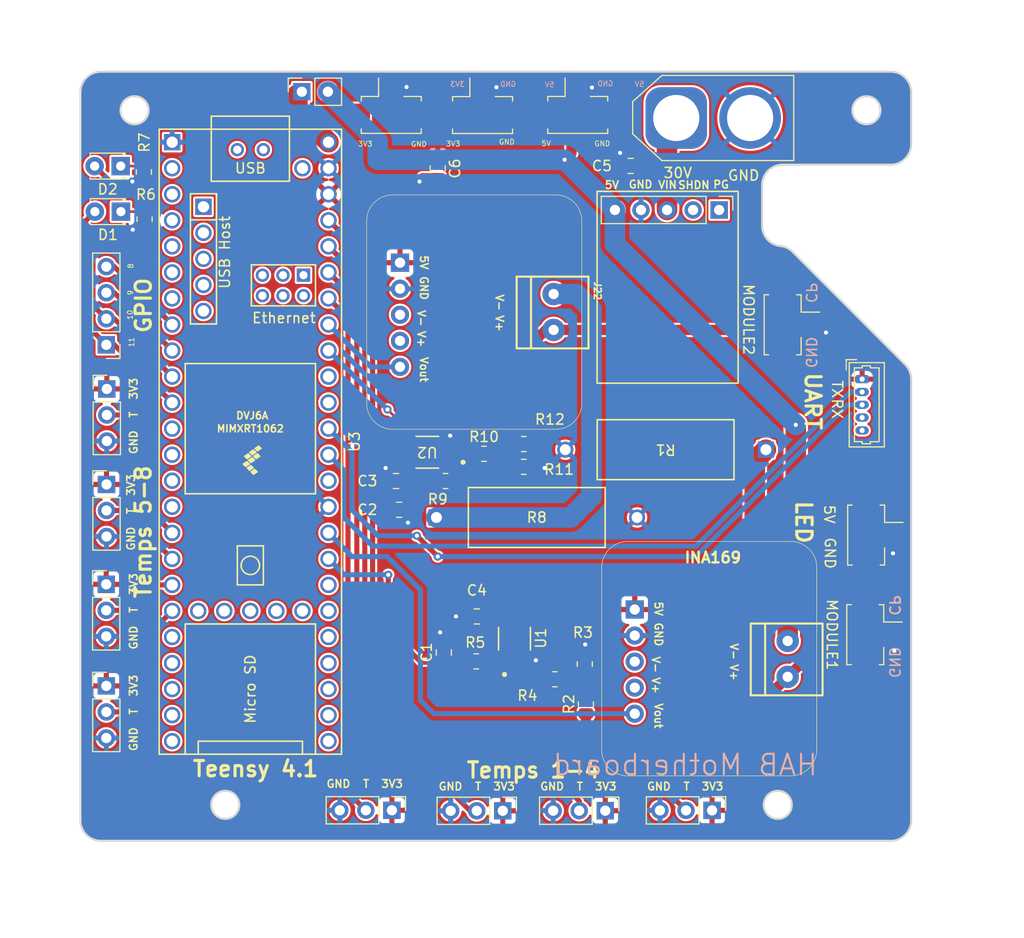
<source format=kicad_pcb>
(kicad_pcb (version 20241229) (generator "pcbnew") (generator_version "9.0")
  (layers (0 "F.Cu" signal) (2 "B.Cu" signal) (13 "F.Paste" user) (15 "B.Paste" user) (5 "F.SilkS" user "F.Silkscreen") (7 "B.SilkS" user "B.Silkscreen") (1 "F.Mask" user) (3 "B.Mask" user) (25 "Edge.Cuts" user))
  (net 0 "")
  (net 1 "VCC_30")
  (net 2 "GND")
  (net 5 "+5V")
  (net 11 "TEMP7")
  (net 12 "TEMP4")
  (net 14 "TEMP5")
  (net 18 "TEMP3")
  (net 25 "TEMP1")
  (net 35 "TEMP8")
  (net 41 "RX")
  (net 44 "TX")
  (net 45 "TEMP6")
  (net 48 "Net-(J5-Pin_1)")
  (net 49 "GPIO3")
  (net 50 "GPIO4")
  (net 51 "GPIO2")
  (net 57 "GPIO1")
  (net 61 "TEMP2")
  (net 62 "Net-(D1-K)")
  (net 63 "+3V3")
  (net 67 "Net-(D2-K)")
  (net 69 "Net-(R2-Pad2)")
  (net 70 "Net-(U1A-+)")
  (net 71 "Net-(U1A--)")
  (net 72 "MODULE_V_1_BUFF")
  (net 73 "MODULE_V_2_BUFF")
  (net 74 "MODULE_I_1")
  (net 75 "CELL_POS_1")
  (net 76 "LOAD_POS_1")
  (net 77 "CELL_POS_2")
  (net 78 "LOAD_POS_2")
  (net 80 "MODULE_I_2")
  (net 81 "Net-(U2A--)")
  (net 82 "Net-(R10-Pad2)")
  (net 83 "Net-(U2A-+)")
  (footprint "Current_Sensor:1X05_ROUND_70" (layer "F.Cu") (at 144.15 89.7013 -90)
    (property "Reference" "J23" (hide yes))
    (property "Value" "Conn_01x05")
  )
  (footprint "Connector_PinSocket_2.54mm:PinSocket_1x02_P2.54mm_Vertical" (layer "F.Cu") (at 134.58 67.945 90)
    (property "Reference" "J5" (hide yes))
    (property "Value" "Conn_01x02")
  )
  (footprint "Current_Sensor:Load_Resistor_400ohm" (layer "F.Cu") (at 179.819 102.86 180)
    (property "Reference" "R1")
    (property "Value" "400")
  )
  (footprint "Connector_Hirose:Hirose_DF13C_CL535-0402-2-51_1x02-1MP_P1.25mm_Vertical" (layer "F.Cu") (at 190.84 111.19 -90)
    (property "Reference" "J17" (hide yes))
    (property "Value" "Conn_01x02")
  )
  (footprint "Resistor_SMD:R_0805_2012Metric" (layer "F.Cu") (at 152.34 103.26)
    (property "Reference" "R10")
    (property "Value" "470")
  )
  (footprint "LED_THT:LED_D1.8mm_W3.3mm_H2.4mm" (layer "F.Cu") (at 116.9446 79.6402 180)
    (property "Reference" "D1")
    (property "Value" "LED")
  )
  (footprint "Capacitor_SMD:C_0805_2012Metric" (layer "F.Cu") (at 147.828 75.438 -90)
    (property "Reference" "C6")
    (property "Value" "100u")
  )
  (footprint "Connector_Hirose:Hirose_DF13C_CL535-0402-2-51_1x02-1MP_P1.25mm_Vertical" (layer "F.Cu") (at 190.754 120.904 -90)
    (property "Reference" "J19" (hide yes))
    (property "Value" "Conn_01x02")
  )
  (footprint "Connector_PinHeader_2.54mm:PinHeader_1x03_P2.54mm_Vertical" (layer "F.Cu") (at 115.51 115.99)
    (property "Reference" "J10" (hide yes))
    (property "Value" "Conn_01x03")
  )
  (footprint "Connector_Hirose:Hirose_DF13C_CL535-0402-2-51_1x02-1MP_P1.25mm_Vertical" (layer "F.Cu") (at 143.295 68.96)
    (property "Reference" "J4" (hide yes))
    (property "Value" "Conn_01x02")
  )
  (footprint "LED_THT:LED_D1.8mm_W3.3mm_H2.4mm" (layer "F.Cu") (at 116.92 75.2 180)
    (property "Reference" "D2")
    (property "Value" "LED")
  )
  (footprint "Connector_PinHeader_2.54mm:PinHeader_1x03_P2.54mm_Vertical" (layer "F.Cu") (at 115.52 125.9)
    (property "Reference" "J11" (hide yes))
    (property "Value" "Conn_01x03")
  )
  (footprint "Resistor_SMD:R_0805_2012Metric" (layer "F.Cu") (at 119.25 80.38 -90)
    (property "Reference" "R6")
    (property "Value" "1000")
  )
  (footprint "Current_Sensor:TERMBLOCK_1X2-3.5MM" (layer "F.Cu") (at 159.122 89.38 -90)
    (property "Reference" "J22")
    (property "Value" "Conn_01x02")
  )
  (footprint "Connector_PinHeader_2.54mm:PinHeader_1x03_P2.54mm_Vertical" (layer "F.Cu") (at 115.54 106.25)
    (property "Reference" "J9" (hide yes))
    (property "Value" "Conn_01x03")
  )
  (footprint "Capacitor_SMD:C_0805_2012Metric" (layer "F.Cu") (at 143.764 105.918 180)
    (property "Reference" "C3")
    (property "Value" "100n")
  )
  (footprint "Connector_PinHeader_2.54mm:PinHeader_1x03_P2.54mm_Vertical" (layer "F.Cu") (at 174.57 138.04 -90)
    (property "Reference" "J12" (hide yes))
    (property "Value" "Conn_01x03")
  )
  (footprint "Current_Sensor:OPA2387" (layer "F.Cu") (at 146.81 103.11 180)
    (property "Reference" "U2")
    (property "Value" "OPA2387")
  )
  (footprint "Connector_PinHeader_2.54mm:PinHeader_1x03_P2.54mm_Vertical" (layer "F.Cu") (at 115.57 96.935)
    (property "Reference" "J8" (hide yes))
    (property "Value" "Conn_01x03")
  )
  (footprint "Capacitor_SMD:C_0805_2012Metric" (layer "F.Cu") (at 144.07 108.72)
    (property "Reference" "C2")
    (property "Value" "10n")
  )
  (footprint "Resistor_SMD:R_0805_2012Metric" (layer "F.Cu") (at 159.24 125.25)
    (property "Reference" "R4")
    (property "Value" "470")
  )
  (footprint "Current_Sensor:Load_Resistor_400ohm" (layer "F.Cu") (at 147.701 109.474)
    (property "Reference" "R8")
    (property "Value" "400")
  )
  (footprint "Capacitor_SMD:C_0805_2012Metric" (layer "F.Cu") (at 148.42 122.64 90)
    (property "Reference" "C1")
    (property "Value" "10n")
  )
  (footprint "Connector_Molex:Molex_PicoBlade_53047-0510_1x05_P1.25mm_Vertical" (layer "F.Cu") (at 189.2 95.98 -90)
    (property "Reference" "J7" (hide yes))
    (property "Value" "Conn_01x05")
  )
  (footprint "Current_Sensor:TERMBLOCK_1X2-3.5MM" (layer "F.Cu") (at 181.942 123.216949 -90)
    (property "Reference" "J20" (hide yes))
    (property "Value" "Conn_01x02")
  )
  (footprint "Connector_PinHeader_2.54mm:PinHeader_1x03_P2.54mm_Vertical" (layer "F.Cu") (at 164.16 138.07 -90)
    (property "Reference" "J13" (hide yes))
    (property "Value" "Conn_01x03")
  )
  (footprint "Resistor_SMD:R_0805_2012Metric" (layer "F.Cu") (at 156.21 104.53)
    (property "Reference" "R12")
    (property "Value" "10k")
  )
  (footprint "Capacitor_SMD:C_0805_2012Metric" (layer "F.Cu") (at 166.624 75.184 180)
    (property "Reference" "C5")
    (property "Value" "100u")
  )
  (footprint "Connector_AMASS:AMASS_XT60-M_1x02_P7.20mm_Vertical" (layer "F.Cu") (at 171.08 70.51)
    (property "Reference" "J16" (hide yes))
    (property "Value" "Conn_01x02")
  )
  (footprint "Connector_PinHeader_2.54mm:PinHeader_1x04_P2.54mm_Vertical" (layer "F.Cu") (at 115.52 92.63 180)
    (property "Reference" "J6" (hide yes))
    (property "Value" "Conn_01x04")
  )
  (footprint "Resistor_SMD:R_0805_2012Metric" (layer "F.Cu") (at 151.58 123.51)
    (property "Reference" "R5")
    (property "Value" "470")
  )
  (footprint "Teensy:Teensy41" (layer "F.Cu") (at 129.56 102.08 -90)
    (property "Reference" "U3")
    (property "Value" "Teensy4.1")
  )
  (footprint "Connector_PinHeader_2.54mm:PinHeader_1x05_P2.54mm_Vertical" (layer "F.Cu") (at 175.26 79.48 -90)
    (property "Reference" "J1" (hide yes))
    (property "Value" "Conn_01x05")
  )
  (footprint "Current_Sensor:OPA2387" (layer "F.Cu") (at 155.31 121.3 90)
    (property "Reference" "U1")
    (property "Value" "OPA2387")
  )
  (footprint "Resistor_SMD:R_0805_2012Metric" (layer "F.Cu") (at 162.16 123.77 90)
    (property "Reference" "R3")
    (property "Value" "10k")
  )
  (footprint "Connector_Hirose:Hirose_DF13C_CL535-0402-2-51_1x02-1MP_P1.25mm_Vertical" (layer "F.Cu") (at 161.475 68.96)
    (property "Reference" "J3" (hide yes))
    (property "Value" "Conn_01x02")
  )
  (footprint "Resistor_SMD:R_0805_2012Metric" (layer "F.Cu") (at 119.18 75.77 -90)
    (property "Reference" "R7")
    (property "Value" "1000")
  )
  (footprint "Connector_PinHeader_2.54mm:PinHeader_1x03_P2.54mm_Vertical" (layer "F.Cu") (at 154.17 138.08 -90)
    (property "Reference" "J14" (hide yes))
    (property "Value" "Conn_01x03")
  )
  (footprint "Resistor_SMD:R_0805_2012Metric" (layer "F.Cu") (at 162.27 127.68 90)
    (property "Reference" "R2")
    (property "Value" "10k")
  )
  (footprint "Connector_PinHeader_2.54mm:PinHeader_1x03_P2.54mm_Vertical" (layer "F.Cu") (at 143.36 138.03 -90)
    (property "Reference" "J15" (hide yes))
    (property "Value" "Conn_01x03")
  )
  (footprint "Resistor_SMD:R_0805_2012Metric" (layer "F.Cu") (at 148.59 105.918)
    (property "Reference" "R9")
    (property "Value" "470")
  )
  (footprint "Capacitor_SMD:C_0805_2012Metric" (layer "F.Cu") (at 151.638 119.126 180)
    (property "Reference" "C4")
    (property "Value" "100n")
  )
  (footprint "Connector_Hirose:Hirose_DF13C_CL535-0402-2-51_1x02-1MP_P1.25mm_Vertical" (layer "F.Cu") (at 182.7 90.678 -90)
    (property "Reference" "J21" (hide yes))
    (property "Value" "Conn_01x02")
  )
  (footprint "Connector_Hirose:Hirose_DF13C_CL535-0402-2-51_1x02-1MP_P1.25mm_Vertical" (layer "F.Cu") (at 152.195 68.97)
    (property "Reference" "J2" (hide yes))
    (property "Value" "Conn_01x02" (hide yes))
  )
  (footprint "Current_Sensor:1X05_ROUND_70" (layer "F.Cu") (at 167.03 123.53 -90)
    (property "Reference" "J18" (hide yes))
    (property "Value" "Conn_01x05")
  )
  (footprint "Resistor_SMD:R_0805_2012Metric" (layer "F.Cu") (at 156.22 102.31 180)
    (property "Reference" "R11")
    (property "Value" "10k")
  )
  (gr_line (start 166.343949 111.813949) (end 182.233949 111.813949) (stroke (width 0.05)) (layer "F.SilkS"))
  (gr_rect (start 163.36 77.665) (end 177.11 96.375) (stroke (width 0.15)) (fill no) (layer "F.SilkS"))
  (gr_arc (start 163.803949 114.353949) (mid 164.547898 112.557898) (end 166.343949 111.813949) (stroke (width 0.05)) (layer "F.SilkS"))
  (gr_arc (start 143.44 100.87) (mid 141.643949 100.126051) (end 140.9 98.33) (stroke (width 0.05)) (layer "F.SilkS"))
  (gr_arc (start 161.87 98.33) (mid 161.126051 100.126051) (end 159.33 100.87) (stroke (width 0.05)) (layer "F.SilkS"))
  (gr_arc (start 182.233949 111.813949) (mid 184.03 112.557898) (end 184.773949 114.353949) (stroke (width 0.05)) (layer "F.SilkS"))
  (gr_line (start 143.44 78.01) (end 159.33 78.01) (stroke (width 0.05)) (layer "F.SilkS"))
  (gr_line (start 163.803949 132.133949) (end 163.803949 114.353949) (stroke (width 0.05)) (layer "F.SilkS"))
  (gr_line (start 161.87 80.55) (end 161.87 98.33) (stroke (width 0.05)) (layer "F.SilkS"))
  (gr_line (start 140.9 98.33) (end 140.9 80.55) (stroke (width 0.05)) (layer "F.SilkS"))
  (gr_arc (start 159.33 78.01) (mid 161.126051 78.753949) (end 161.87 80.55) (stroke (width 0.05)) (layer "F.SilkS"))
  (gr_arc (start 166.343949 134.673949) (mid 164.547898 133.93) (end 163.803949 132.133949) (stroke (width 0.05)) (layer "F.SilkS"))
  (gr_line (start 184.773949 114.353949) (end 184.773949 132.133949) (stroke (width 0.05)) (layer "F.SilkS"))
  (gr_line (start 159.33 100.87) (end 143.44 100.87) (stroke (width 0.05)) (layer "F.SilkS"))
  (gr_arc (start 184.773949 132.133949) (mid 184.03 133.93) (end 182.233949 134.673949) (stroke (width 0.05)) (layer "F.SilkS"))
  (gr_line (start 182.233949 134.673949) (end 166.343949 134.673949) (stroke (width 0.05)) (layer "F.SilkS"))
  (gr_arc (start 140.9 80.55) (mid 141.643949 78.753949) (end 143.44 78.01) (stroke (width 0.05)) (layer "F.SilkS"))
  (gr_arc (start 179.446986 77.05625) (mid 180.032772 75.642036) (end 181.446986 75.05625) (stroke (width 0.2)) (layer "Edge.Cuts"))
  (gr_arc (start 193.392332 94.572994) (mid 193.824176 95.22103) (end 193.975786 95.984871) (stroke (width 0.2)) (layer "Edge.Cuts"))
  (gr_arc (start 193.975786 73.05625) (mid 193.39 74.470464) (end 191.975786 75.05625) (stroke (width 0.2)) (layer "Edge.Cuts"))
  (gr_line (start 191.975786 75.05625) (end 181.446986 75.05625) (stroke (width 0.2)) (layer "Edge.Cuts"))
  (gr_line (start 115 66) (end 192.115729 65.999116) (stroke (width 0.2)) (layer "Edge.Cuts"))
  (gr_line (start 192.14 140.999999) (end 115 140.999999) (stroke (width 0.2)) (layer "Edge.Cuts"))
  (gr_line (start 193.975786 67.994214) (end 193.975786 73.05625) (stroke (width 0.2)) (layer "Edge.Cuts"))
  (gr_circle (center 189.615729 69.750922) (end 190.990729 69.750922) (stroke (width 0.2)) (fill no) (layer "Edge.Cuts"))
  (gr_line (start 113 138.999999) (end 113 68) (stroke (width 0.2)) (layer "Edge.Cuts"))
  (gr_line (start 193.975786 95.984871) (end 193.975786 138.994213) (stroke (width 0.2)) (layer "Edge.Cuts"))
  (gr_line (start 179.446986 77.05625) (end 179.446986 81.016923) (stroke (width 0.2)) (layer "Edge.Cuts"))
  (gr_arc (start 115 140.999999) (mid 113.585786 140.414213) (end 113 138.999999) (stroke (width 0.2)) (layer "Edge.Cuts"))
  (gr_circle (center 180.976429 137.499999) (end 182.351429 137.499999) (stroke (width 0.2)) (fill no) (layer "Edge.Cuts"))
  (gr_circle (center 127.115729 137.499999) (end 128.490729 137.499999) (stroke (width 0.2)) (fill no) (layer "Edge.Cuts"))
  (gr_circle (center 118.273729 69.751) (end 119.648729 69.751) (stroke (width 0.2)) (fill no) (layer "Edge.Cuts"))
  (gr_arc (start 113 68) (mid 113.585786 66.585786) (end 115 66) (stroke (width 0.2)) (layer "Edge.Cuts"))
  (gr_line (start 182.437899 83.582336) (end 193.392332 94.572994) (stroke (width 0.2)) (layer "Edge.Cuts"))
  (gr_arc (start 193.982977 138.994213) (mid 193.452276 140.356173) (end 192.14 140.999999) (stroke (width 0.2)) (layer "Edge.Cuts"))
  (gr_arc (start 192.115729 65.999116) (mid 193.438641 66.630375) (end 193.975786 67.994214) (stroke (width 0.2)) (layer "Edge.Cuts"))
  (gr_arc (start 181.234169 83.005568) (mid 179.959432 82.353779) (end 179.446986 81.016923) (stroke (width 0.2)) (layer "Edge.Cuts"))
  (gr_arc (start 181.23417 83.005568) (mid 181.88557 83.19057) (end 182.437899 83.582336) (stroke (width 0.2)) (layer "Edge.Cuts"))
  (gr_text "MODULE1\n" (at 185.674 117.348 270) (layer "F.SilkS") (effects (font (size 1 1)) (justify left bottom)))
  (gr_text "UART" (at 183.52 95.19 270) (layer "F.SilkS") (effects (font (size 1.5 1.5) (thickness 0.3) (bold yes)) (justify left bottom)))
  (gr_text "GND\n" (at 136.906 135.89 0) (layer "F.SilkS") (effects (font (size 0.75 0.75)) (justify left bottom)))
  (gr_text "MODULE2\n" (at 177.546 86.614 270) (layer "F.SilkS") (effects (font (size 1 1)) (justify left bottom)))
  (gr_text "V-\n" (at 153.416 87.63 270) (layer "F.SilkS") (effects (font (size 0.75 0.75) (thickness 0.15) (bold yes)) (justify left bottom)))
  (gr_text "3V3" (at 140.02 73.33 0) (layer "F.SilkS") (effects (font (size 0.5 0.5) (thickness 0.075)) (justify left bottom)))
  (gr_text "T" (at 118.364 109.22 90) (layer "F.SilkS") (effects (font (size 0.75 0.75)) (justify left bottom)))
  (gr_text "GND\n" (at 147.828 136.144 0) (layer "F.SilkS") (effects (font (size 0.75 0.75)) (justify left bottom)))
  (gr_text "V+" (at 176.276 123.698 270) (layer "F.SilkS") (effects (font (size 0.75 0.75) (thickness 0.15) (bold yes)) (justify left bottom)))
  (gr_text "V+" (at 145.796 91.186 270) (layer "F.SilkS") (effects (font (size 0.75 0.75) (thickness 0.15) (bold yes)) (justify left bottom)))
  (gr_text "Temps 1-4" (at 150.5 135 0) (layer "F.SilkS") (effects (font (size 1.5 1.5) (thickness 0.3) (bold yes)) (justify left bottom)))
  (gr_text "3V3" (at 153.162 136.144 0) (layer "F.SilkS") (effects (font (size 0.75 0.75)) (justify left bottom)))
  (gr_text "GND" (at 176.03 76.7 0) (layer "F.SilkS") (effects (font (size 1 1)) (justify left bottom)))
  (gr_text "T" (at 161.29 136.144 0) (layer "F.SilkS") (effects (font (size 0.75 0.75)) (justify left bottom)))
  (gr_text "5V" (at 146.05 83.82 270) (layer "F.SilkS") (effects (font (size 0.75 0.75) (thickness 0.15) (bold yes)) (justify left bottom)))
  (gr_text "T" (at 118.618 128.778 90) (layer "F.SilkS") (effects (font (size 0.75 0.75)) (justify left bottom)))
  (gr_text "V-\n" (at 176.276 121.666 270) (layer "F.SilkS") (effects (font (size 0.75 0.75) (thickness 0.15) (bold yes)) (justify left bottom)))
  (gr_text "Vout\n" (at 146.05 93.726 270) (layer "F.SilkS") (effects (font (size 0.75 0.75) (thickness 0.15) (bold yes)) (justify left bottom)))
  (gr_text "VIN" (at 169.24 77.47 0) (layer "F.SilkS") (effects (font (size 0.75 0.75) (thickness 0.15) (bold yes)) (justify left bottom)))
  (gr_text "GND\n" (at 118.618 103.378 90) (layer "F.SilkS") (effects (font (size 0.75 0.75)) (justify left bottom)))
  (gr_text "V-\n" (at 145.796 89.154 270) (layer "F.SilkS") (effects (font (size 0.75 0.75) (thickness 0.15) (bold yes)) (justify left bottom)))
  (gr_text "3V3" (at 148.59 73.32 0) (layer "F.SilkS") (effects (font (size 0.5 0.5) (thickness 0.075)) (justify left bottom)))
  (gr_text "3V3" (at 118.364 107.442 90) (layer "F.SilkS") (effects (font (size 0.75 0.75)) (justify left bottom)))
  (gr_text "SHDN\n" (at 171.18 77.49 0) (layer "F.SilkS") (effects (font (size 0.75 0.75) (thickness 0.15) (bold yes)) (justify left bottom)))
  (gr_text "T" (at 118.618 118.872 90) (layer "F.SilkS") (effects (font (size 0.75 0.75)) (justify left bottom)))
  (gr_text "V-\n" (at 168.656 122.936 270) (layer "F.SilkS") (effects (font (size 0.75 0.75) (thickness 0.15) (bold yes)) (justify left bottom)))
  (gr_text "T" (at 171.704 136.144 0) (layer "F.SilkS") (effects (font (size 0.75 0.75)) (justify left bottom)))
  (gr_text "GND" (at 146.05 85.852 270) (layer "F.SilkS") (effects (font (size 0.75 0.75) (thickness 0.15) (bold yes)) (justify left bottom)))
  (gr_text "GND" (at 163.06 73.3 0) (layer "F.SilkS") (effects (font (size 0.5 0.5) (thickness 0.075)) (justify left bottom)))
  (gr_text "T" (at 151.384 136.144 0) (layer "F.SilkS") (effects (font (size 0.75 0.75)) (justify left bottom)))
  (gr_text "GND" (at 185.48 111.33 270) (layer "F.SilkS") (effects (font (size 1 1)) (justify left bottom)))
  (gr_text "TX" (at 186.182 96.012 270) (layer "F.SilkS") (effects (font (size 1 1)) (justify left bottom)))
  (gr_text "GND" (at 153.75 73.13 0) (layer "F.SilkS") (effects (font (size 0.5 0.5) (thickness 0.075)) (justify left bottom)))
  (gr_text "3V3" (at 118.618 127 90) (layer "F.SilkS") (effects (font (size 0.75 0.75)) (justify left bottom)))
  (gr_text "5V" (at 168.91 117.602 270) (layer "F.SilkS") (effects (font (size 0.75 0.75) (thickness 0.15) (bold yes)) (justify left bottom)))
  (gr_text "3V3" (at 142.24 135.89 0) (layer "F.SilkS") (effects (font (size 0.75 0.75)) (justify left bottom)))
  (gr_text "9\n" (at 118.17 87.84 90) (layer "F.SilkS") (effects (font (size 0.5 0.5) (thickness 0.075)) (justify left bottom)))
  (gr_text "3V3" (at 118.618 117.094 90) (layer "F.SilkS") (effects (font (size 0.75 0.75)) (justify left bottom)))
  (gr_text "GPIO" (at 120.02 91.63 90) (layer "F.SilkS") (effects (font (size 1.5 1.5) (thickness 0.3) (bold yes)) (justify left bottom)))
  (gr_text "V+" (at 153.416 89.662 270) (layer "F.SilkS") (effects (font (size 0.75 0.75) (thickness 0.15) (bold yes)) (justify left bottom)))
  (gr_text "30V" (at 169.75 76.45 0) (layer "F.SilkS") (effects (font (size 1 1)) (justify left bottom)))
  (gr_text "GND\n" (at 168.148 136.144 0) (layer "F.SilkS") (effects (font (size 0.75 0.75)) (justify left bottom)))
  (gr_text "3V3" (at 118.618 98.044 90) (layer "F.SilkS") (effects (font (size 0.75 0.75)) (justify left bottom)))
  (gr_text "RX" (at 186.182 97.79 270) (layer "F.SilkS") (effects (font (size 1 1)) (justify left bottom)))
  (gr_text "Vout\n" (at 168.91 127.508 270) (layer "F.SilkS") (effects (font (size 0.75 0.75) (thickness 0.15) (bold yes)) (justify left bottom)))
  (gr_text "8" (at 118.19 85.23 90) (layer "F.SilkS") (effects (font (size 0.5 0.5) (thickness 0.075)) (justify left bottom)))
  (gr_text "GND" (at 168.91 119.634 270) (layer "F.SilkS") (effects (font (size 0.75 0.75) (thickness 0.15) (bold yes)) (justify left bottom)))
  (gr_text "3V3" (at 173.482 136.144 0) (layer "F.SilkS") (effects (font (size 0.75 0.75)) (justify left bottom)))
  (gr_text "10" (at 118.12 90.23 90) (layer "F.SilkS") (effects (font (size 0.5 0.5) (thickness 0.075)) (justify left bottom)))
  (gr_text "Temps 5-8" (at 120 117.5 90) (layer "F.SilkS") (effects (font (size 1.5 1.5) (thickness 0.3) (bold yes)) (justify left bottom)))
  (gr_text "V+" (at 168.656 124.968 270) (layer "F.SilkS") (effects (font (size 0.75 0.75) (thickness 0.15) (bold yes)) (justify left bottom)))
  (gr_text "5V" (at 185.42 108.16 270) (layer "F.SilkS") (effects (font (size 1 1)) (justify left bottom)))
  (gr_text "GND\n" (at 118.618 122.428 90) (layer "F.SilkS") (effects (font (size 0.75 0.75)) (justify left bottom)))
  (gr_text "5V" (at 164.03 77.48 0) (layer "F.SilkS") (effects (font (size 0.75 0.75) (thickness 0.15) (bold yes)) (justify left bottom)))
  (gr_text "T" (at 140.462 135.89 0) (layer "F.SilkS") (effects (font (size 0.75 0.75)) (justify left bottom)))
  (gr_text "3V3" (at 163.068 136.144 0) (layer "F.SilkS") (effects (font (size 0.75 0.75)) (justify left bottom)))
  (gr_text "GND\n" (at 118.618 132.334 90) (layer "F.SilkS") (effects (font (size 0.75 0.75)) (justify left bottom)))
  (gr_text "GND\n" (at 118.364 112.776 90) (layer "F.SilkS") (effects (font (size 0.75 0.75)) (justify left bottom)))
  (gr_text "GND\n" (at 157.734 136.144 0) (layer "F.SilkS") (effects (font (size 0.75 0.75)) (justify left bottom)))
  (gr_text "11" (at 118.27 92.9 90) (layer "F.SilkS") (effects (font (size 0.5 0.5) (thickness 0.075)) (justify left bottom)))
  (gr_text "5V" (at 157.9 73.28 0) (layer "F.SilkS") (effects (font (size 0.5 0.5) (thickness 0.075)) (justify left bottom)))
  (gr_text "PG" (at 174.6 77.44 0) (layer "F.SilkS") (effects (font (size 0.75 0.75) (thickness 0.15) (bold yes)) (justify left bottom)))
  (gr_text "LED" (at 182.626 107.696 270) (layer "F.SilkS") (effects (font (size 1.5 1.5) (thickness 0.3) (bold yes)) (justify left bottom)))
  (gr_text "INA169" (at 171.775949 113.990949 0) (layer "F.SilkS") (effects (font (size 1.0414 1.0414) (thickness 0.2286)) (justify left bottom)))
  (gr_text "GND\n" (at 166.36 77.43 0) (layer "F.SilkS") (effects (font (size 0.75 0.75) (thickness 0.15) (bold yes)) (justify left bottom)))
  (gr_text "T" (at 118.618 99.822 90) (layer "F.SilkS") (effects (font (size 0.75 0.75)) (justify left bottom)))
  (gr_text "Teensy 4.1" (at 123.8 134.87 0) (layer "F.SilkS") (effects (font (size 1.5 1.5) (thickness 0.3) (bold yes)) (justify left bottom)))
  (gr_text "GND" (at 145.18 73.35 0) (layer "F.SilkS") (effects (font (size 0.5 0.5) (thickness 0.075)) (justify left bottom)))
  (gr_text "CP" (at 183.642 88.646 270) (layer "B.SilkS") (effects (font (size 1 1)) (justify left bottom mirror)))
  (gr_text "CP" (at 191.77 119.126 270) (layer "B.SilkS") (effects (font (size 1 1)) (justify left bottom mirror)))
  (gr_text "GND" (at 164.98 67.45 0) (layer "B.SilkS") (effects (font (size 0.5 0.5) (thickness 0.075)) (justify left bottom mirror)))
  (gr_text "GND\n" (at 183.642 94.996 270) (layer "B.SilkS") (effects (font (size 1 1)) (justify left bottom mirror)))
  (gr_text "GND\n" (at 191.77 125.222 270) (layer "B.SilkS") (effects (font (size 1 1)) (justify left bottom mirror)))
  (gr_text "CP" (at 191.77 119.126 270) (layer "B.SilkS") (effects (font (size 1 1)) (justify left bottom mirror)))
  (gr_text "GND" (at 155.5 67.5 0) (layer "B.SilkS") (effects (font (size 0.5 0.5) (thickness 0.075)) (justify left bottom mirror)))
  (gr_text "5V\n" (at 159.23 67.54 0) (layer "B.SilkS") (effects (font (size 0.5 0.5) (thickness 0.075)) (justify left bottom mirror)))
  (gr_text "CP" (at 191.77 119.126 270) (layer "B.SilkS") (effects (font (size 1 1)) (justify left bottom mirror)))
  (gr_text "HAB Motherboard" (at 171.958 133.604 0) (layer "B.SilkS") (effects (font (size 2 2) (thickness 0.2)) (justify mirror)))
  (gr_text "3V3" (at 150.5 67.5 0) (layer "B.SilkS") (effects (font (size 0.5 0.5) (thickness 0.075)) (justify left bottom mirror)))
  (gr_text "5V" (at 168 67.5 0) (layer "B.SilkS") (effects (font (size 0.5 0.5) (thickness 0.075)) (justify left bottom mirror)))
  (gr_text "CP" (at 191.77 119.126 270) (layer "B.SilkS") (effects (font (size 1 1)) (justify left bottom mirror)))
  (segment (start 170.18 71.41) (end 170.18 75.184) (width 2) (layer "F.Cu") (net 1))
  (segment (start 171.08 70.43) (end 170.16 71.35) (width 2) (layer "F.Cu") (net 1))
  (segment (start 171.08 70.51) (end 170.18 71.41) (width 2) (layer "F.Cu") (net 1))
  (segment (start 167.574 75.184) (end 170.18 75.184) (width 1) (layer "F.Cu") (net 1))
  (segment (start 170.6881 70.8219) (end 171.08 70.43) (width 0.75) (layer "F.Cu") (net 1))
  (segment (start 170.18 75.184) (end 170.18 79.48) (width 2) (layer "F.Cu") (net 1))
  (segment (start 143.92 67.51) (end 144.77 67.51) (width 1) (layer "F.Cu") (net 2))
  (segment (start 157.1225 104.53) (end 158.124 104.53) (width 0.25) (layer "F.Cu") (net 2))
  (segment (start 145.02 108.72) (end 145.02 109.87722) (width 0.25) (layer "F.Cu") (net 2))
  (segment (start 153.54 67.52) (end 153.55 67.51) (width 0.75) (layer "F.Cu") (net 2))
  (segment (start 146.37 76.388) (end 146.05 76.708) (width 1) (layer "F.Cu") (net 2))
  (segment (start 177 69.5) (end 177 69.25) (width 1) (layer "F.Cu") (net 2))
  (segment (start 162.1 67.51) (end 162.83 67.51) (width 0.75) (layer "F.Cu") (net 2))
  (segment (start 119.25 81.2925) (end 118.2075 81.2925) (width 0.25) (layer "F.Cu") (net 2))
  (segment (start 162.83 67.51) (end 162.86 67.54) (width 0.75) (layer "F.Cu") (net 2))
  (segment (start 192.29 122.43) (end 192.34 122.48) (width 0.75) (layer "F.Cu") (net 2))
  (segment (start 156.285 123.4125) (end 157.3775 123.4125) (width 0.25) (layer "F.Cu") (net 2))
  (segment (start 184.15 91.303) (end 185.537 91.303) (width 0.75) (layer "F.Cu") (net 2))
  (segment (start 142.814 105.918) (end 142.814 104.714) (width 0.25) (layer "F.Cu") (net 2))
  (segment (start 158.124 104.53) (end 158.242 104.648) (width 0.25) (layer "F.Cu") (net 2))
  (segment (start 152.82 67.52) (end 153.54 67.52) (width 0.75) (layer "F.Cu") (net 2))
  (segment (start 118.2075 81.2925) (end 118.1 81.4) (width 0.25) (layer "F.Cu") (net 2))
  (segment (start 148.06 121.73) (end 148.06 120.68) (width 0.25) (layer "F.Cu") (net 2))
  (segment (start 144.77 67.51) (end 144.79 67.49) (width 1) (layer "F.Cu") (net 2))
  (segment (start 177 69.25) (end 176.75 69) (width 1) (layer "F.Cu") (net 2))
  (segment (start 165.674 75.184) (end 165.674 73.98) (width 1) (layer "F.Cu") (net 2))
  (segment (start 142.814 104.714) (end 142.748 104.648) (width 0.25) (layer "F.Cu") (net 2))
  (segment (start 162.16 122.8575) (end 162.16 121.9) (width 0.5) (layer "F.Cu") (net 2))
  (segment (start 185.537 91.303) (end 185.674 91.44) (width 0.75) (layer "F.Cu") (net 2))
  (segment (start 176.75 69) (end 176.75 70.44847) (width 1) (layer "F.Cu") (net 2))
  (segment (start 162.16 121.9) (end 162.2 121.86) (width 0.5) (layer "F.Cu") (net 2))
  (segment (start 150.688 119.126) (end 149.606 119.126) (width 0.25) (layer "F.Cu") (net 2))
  (segment (start 149.010001 102.135001) (end 149.010001 101.519999) (width 0.25) (layer "F.Cu") (net 2))
  (segment (start 192.29 121.6) (end 192.29 122.43) (width 0.75) (layer "F.Cu") (net 2))
  (segment (start 118.0775 76.6825) (end 118.06 76.7) (width 0.25) (layer "F.Cu") (net 2))
  (segment (start 165.674 73.98) (end 165.608 73.914) (width 1) (layer "F.Cu") (net 2))
  (segment (start 157.3775 123.4125) (end 157.39 123.4) (width 0.25) (layer "F.Cu") (net 2))
  (segment (start 192.18 112.94) (end 192.21 112.97) (width 0.75) (layer "F.Cu") (net 2))
  (segment (start 119.18 76.6825) (end 118.0775 76.6825) (width 0.25) (layer "F.Cu") (net 2))
  (segment (start 192.18 111.865) (end 192.18 112.94) (width 0.75) (layer "F.Cu") (net 2))
  (segment (start 149.010001 101.519999) (end 149.04 101.49) (width 0.25) (layer "F.Cu") (net 2))
  (segment (start 145.02 109.87722) (end 144.921793 109.975427) (width 0.25) (layer "F.Cu") (net 2))
  (segment (start 147.828 76.388) (end 146.37 76.388) (width 1) (layer "F.Cu") (net 2))
  (via (at 153.55 67.51) (size 0.8) (drill 0.4) (layers "F.Cu" "B.Cu") (net 2))
  (via (at 149.04 101.49) (size 0.8) (drill 0.4) (layers "F.Cu" "B.Cu") (net 2))
  (via (at 118.1 81.4) (size 0.8) (drill 0.4) (layers "F.Cu" "B.Cu") (net 2))
  (via (at 162.2 121.86) (size 0.8) (drill 0.4) (layers "F.Cu" "B.Cu") (net 2))
  (via (at 148.06 120.68) (size 0.8) (drill 0.4) (layers "F.Cu" "B.Cu") (net 2))
  (via (at 149.606 119.126) (size 0.8) (drill 0.4) (layers "F.Cu" "B.Cu") (net 2))
  (via (at 144.921793 109.975427) (size 0.8) (drill 0.4) (layers "F.Cu" "B.Cu") (net 2))
  (via (at 144.79 67.49) (size 0.8) (drill 0.4) (layers "F.Cu" "B.Cu") (net 2))
  (via (at 185.674 91.44) (size 0.8) (drill 0.4) (layers "F.Cu" "B.Cu") (net 2))
  (via (at 146.05 76.708) (size 0.8) (drill 0.4) (layers "F.Cu" "B.Cu") (net 2))
  (via (at 142.748 104.648) (size 0.8) (drill 0.4) (layers "F.Cu" "B.Cu") (net 2))
  (via (at 157.39 123.4) (size 0.8) (drill 0.4) (layers "F.Cu" "B.Cu") (net 2))
  (via (at 162.86 67.54) (size 0.8) (drill 0.4) (layers "F.Cu" "B.Cu") (net 2))
  (via (at 192.21 112.97) (size 0.8) (drill 0.4) (layers "F.Cu" "B.Cu") (net 2))
  (via (at 158.242 104.648) (size 0.8) (drill 0.4) (layers "F.Cu" "B.Cu") (net 2))
  (via (at 165.608 73.914) (size 0.8) (drill 0.4) (layers "F.Cu" "B.Cu") (net 2))
  (via (at 192.34 122.48) (size 0.8) (drill 0.4) (layers "F.Cu" "B.Cu") (net 2))
  (via (at 118.06 76.7) (size 0.8) (drill 0.4) (layers "F.Cu" "B.Cu") (net 2))
  (segment (start 192.26 107.26) (end 190.55 105.55) (width 2) (layer "F.Cu") (net 5))
  (segment (start 160.86 67.33) (end 160.86 73.92) (width 1) (layer "F.Cu") (net 5))
  (segment (start 192.26 110.01) (end 192.26 107.26) (width 2) (layer "F.Cu") (net 5))
  (segment (start 182.822276 105.55) (end 182.736339 105.635937) (width 2) (layer "F.Cu") (net 5))
  (segment (start 160.86 73.92) (end 160.2 74.58) (width 1) (layer "F.Cu") (net 5))
  (segment (start 190.55 105.55) (end 182.822276 105.55) (width 2) (layer "F.Cu") (net 5))
  (segment (start 182.73 105.629598) (end 182.736339 105.635937) (width 2) (layer "F.Cu") (net 5))
  (segment (start 182.73 100.44) (end 182.73 105.629598) (width 2) (layer "F.Cu") (net 5))
  (via (at 160.2 74.58) (size 0.8) (drill 0.4) (layers "F.Cu" "B.Cu") (net 5))
  (via (at 182.73 100.44) (size 0.8) (drill 0.4) (layers "F.Cu" "B.Cu") (net 5))
  (segment (start 165.1 82.81) (end 182.73 100.44) (width 2) (layer "B.Cu") (net 5))
  (segment (start 160.2 74.58) (end 165.1 79.48) (width 2) (layer "B.Cu") (net 5))
  (segment (start 165.1 79.48) (end 165.1 82.81) (width 2) (layer "B.Cu") (net 5))
  (segment (start 141.97 74.58) (end 141.97 73.18) (width 2) (layer "B.Cu") (net 5))
  (segment (start 141.97 74.58) (end 160.2 74.58) (width 2) (layer "B.Cu") (net 5))
  (segment (start 141.97 72.795) (end 137.12 67.945) (width 2) (layer "B.Cu") (net 5))
  (segment (start 139.94 88.33) (end 137.18 85.57) (width 0.5) (layer "F.Cu") (net 11))
  (segment (start 151.63 138.08) (end 150.98 138.08) (width 0.5) (layer "F.Cu") (net 11))
  (segment (start 137.18 85.63) (end 137.18 85.57) (width 0.5) (layer "F.Cu") (net 11))
  (segment (start 139.94 127.04) (end 139.94 88.33) (width 0.5) (layer "F.Cu") (net 11))
  (segment (start 150.98 138.08) (end 139.94 127.04) (width 0.5) (layer "F.Cu") (net 11))
  (segment (start 118.12 127.76) (end 117.44 128.44) (width 0.5) (layer "F.Cu") (net 12))
  (segment (start 118.12 122.41) (end 118.12 127.76) (width 0.5) (layer "F.Cu") (net 12))
  (segment (start 115.52 128.44) (end 117.44 128.44) (width 0.5) (layer "F.Cu") (net 12))
  (segment (start 121.94 118.59) (end 118.12 122.41) (width 0.5) (layer "F.Cu") (net 12))
  (segment (start 141.478 84.788) (end 137.18 80.49) (width 0.5) (layer "F.Cu") (net 14))
  (segment (start 141.478 125.984) (end 141.478 84.788) (width 0.5) (layer "F.Cu") (net 14))
  (segment (start 172.03 138.04) (end 168.102 134.112) (width 0.5) (layer "F.Cu") (net 14))
  (segment (start 168.102 134.112) (end 149.606 134.112) (width 0.5) (layer "F.Cu") (net 14))
  (segment (start 149.606 134.112) (end 141.478 125.984) (width 0.5) (layer "F.Cu") (net 14))
  (segment (start 115.51 118.53) (end 117.97 118.53) (width 0.5) (layer "F.Cu") (net 18))
  (segment (start 120.45 116.05) (end 121.94 116.05) (width 0.5) (layer "F.Cu") (net 18))
  (segment (start 117.97 118.53) (end 120.45 116.05) (width 0.5) (layer "F.Cu") (net 18))
  (segment (start 118 107.03) (end 118 100) (width 0.5) (layer "F.Cu") (net 25))
  (segment (start 121.94 110.97) (end 118 107.03) (width 0.5) (layer "F.Cu") (net 25))
  (segment (start 117.475 99.475) (end 115.57 99.475) (width 0.5) (layer "F.Cu") (net 25))
  (segment (start 118 100) (end 117.475 99.475) (width 0.5) (layer "F.Cu") (net 25))
  (segment (start 140.82 138.03) (end 139.08 136.29) (width 0.5) (layer "F.Cu") (net 35))
  (segment (start 139.08 90.01) (end 137.18 88.11) (width 0.5) (layer "F.Cu") (net 35))
  (segment (start 139.08 136.29) (end 139.08 90.01) (width 0.5) (layer "F.Cu") (net 35))
  (segment (start 137.18 88.11) (end 137.21 88.11) (width 0.5) (layer "F.Cu") (net 35))
  (segment (start 147.828 113.284) (end 145.796 111.252) (width 0.5) (layer "F.Cu") (net 41))
  (via (at 145.796 111.252) (size 0.8) (drill 0.4) (layers "F.Cu" "B.Cu") (net 41))
  (via (at 147.828 113.284) (size 0.8) (drill 0.4) (layers "F.Cu" "B.Cu") (net 41))
  (segment (start 139.446 108.712) (end 139.446 103.076) (width 0.5) (layer "B.Cu") (net 41))
  (segment (start 141.986 111.252) (end 139.446 108.712) (width 0.5) (layer "B.Cu") (net 41))
  (segment (start 189.2 98.48) (end 187.778 98.48) (width 0.5) (layer "B.Cu") (net 41))
  (segment (start 187.778 98.48) (end 172.974 113.284) (width 0.5) (layer "B.Cu") (net 41))
  (segment (start 139.446 103.076) (end 137.18 100.81) (width 0.5) (layer "B.Cu") (net 41))
  (segment (start 172.974 113.284) (end 147.828 113.284) (width 0.5) (layer "B.Cu") (net 41))
  (segment (start 145.796 111.252) (end 141.986 111.252) (width 0.5) (layer "B.Cu") (net 41))
  (segment (start 138.684 109.474) (end 138.684 104.854) (width 0.5) (layer "B.Cu") (net 44))
  (segment (start 141.478 112.268) (end 138.684 109.474) (width 0.5) (layer "B.Cu") (net 44))
  (segment (start 189.2 97.23) (end 188.03805 97.23) (width 0.5) (layer "B.Cu") (net 44))
  (segment (start 173.00005 112.268) (end 141.478 112.268) (width 0.5) (layer "B.Cu") (net 44))
  (segment (start 138.684 104.854) (end 137.18 103.35) (width 0.5) (layer "B.Cu") (net 44))
  (segment (start 188.03805 97.23) (end 173.00005 112.268) (width 0.5) (layer "B.Cu") (net 44))
  (segment (start 159.366 134.874) (end 149.098 134.874) (width 0.5) (layer "F.Cu") (net 45))
  (segment (start 161.62 138.07) (end 161.62 137.128) (width 0.5) (layer "F.Cu") (net 45))
  (segment (start 140.716 86.566) (end 137.18 83.03) (width 0.5) (layer "F.Cu") (net 45))
  (segment (start 149.098 134.874) (end 140.716 126.492) (width 0.5) (layer "F.Cu") (net 45))
  (segment (start 161.62 137.128) (end 159.366 134.874) (width 0.5) (layer "F.Cu") (net 45))
  (segment (start 140.716 126.492) (end 140.716 86.566) (width 0.5) (layer "F.Cu") (net 45))
  (segment (start 134.15 69.84) (end 134.15 68.23) (width 2) (layer "F.Cu") (net 48))
  (segment (start 137.18 72.87) (end 134.15 69.84) (width 2) (layer "F.Cu") (net 48))
  (segment (start 114.219 82.831) (end 119.502292 82.831) (width 0.5) (layer "F.Cu") (net 49))
  (segment (start 119.206 77.706) (end 116.886 77.706) (width 0.5) (layer "F.Cu") (net 49))
  (segment (start 120.471 81.862292) (end 120.471 78.971) (width 0.5) (layer "F.Cu") (net 49))
  (segment (start 114.219 88.789) (end 114.219 82.831) (width 0.5) (layer "F.Cu") (net 49))
  (segment (start 121.94 95.73) (end 116.3 90.09) (width 0.5) (layer "F.Cu") (net 49))
  (segment (start 116.886 77.706) (end 114.38 75.2) (width 0.5) (layer "F.Cu") (net 49))
  (segment (start 116.3 90.09) (end 115.52 90.09) (width 0.5) (layer "F.Cu") (net 49))
  (segment (start 120.471 78.971) (end 119.206 77.706) (width 0.5) (layer "F.Cu") (net 49))
  (segment (start 115.52 90.09) (end 114.219 88.789) (width 0.5) (layer "F.Cu") (net 49))
  (segment (start 119.502292 82.831) (end 120.471 81.862292) (width 0.5) (layer "F.Cu") (net 49))
  (segment (start 116.3 92.63) (end 115.52 92.63) (width 0.5) (layer "F.Cu") (net 50))
  (segment (start 115.52 92.63) (end 113.5046 90.6146) (width 0.5) (layer "F.Cu") (net 50))
  (segment (start 113.5046 80.5402) (end 114.4046 79.6402) (width 0.5) (layer "F.Cu") (net 50))
  (segment (start 121.94 98.27) (end 116.3 92.63) (width 0.5) (layer "F.Cu") (net 50))
  (segment (start 113.5046 90.6146) (end 113.5046 80.5402) (width 0.5) (layer "F.Cu") (net 50))
  (segment (start 121.94 93.19) (end 116.3 87.55) (width 0.5) (layer "F.Cu") (net 51))
  (segment (start 116.3 87.55) (end 115.52 87.55) (width 0.5) (layer "F.Cu") (net 51))
  (segment (start 121.94 90.65) (end 116.3 85.01) (width 0.5) (layer "F.Cu") (net 57))
  (segment (start 116.3 85.01) (end 115.52 85.01) (width 0.5) (layer "F.Cu") (net 57))
  (segment (start 115.846196 84.755) (end 115.52 84.755) (width 0.5) (layer "F.Cu") (net 57))
  (segment (start 117.22 108.79) (end 116.43 108.79) (width 0.5) (layer "F.Cu") (net 61))
  (segment (start 115.54 108.79) (end 116.43 108.79) (width 0.5) (layer "F.Cu") (net 61))
  (segment (start 121.94 113.51) (end 117.22 108.79) (width 0.5) (layer "F.Cu") (net 61))
  (segment (start 116.9446 79.6402) (end 119.0773 79.6402) (width 0.25) (layer "F.Cu") (net 62))
  (segment (start 119.0773 79.6402) (end 119.25 79.4675) (width 0.25) (layer "F.Cu") (net 62))
  (segment (start 144.609999 104.084999) (end 144.609999 105.813999) (width 0.25) (layer "F.Cu") (net 63))
  (segment (start 144.609999 105.813999) (end 144.714 105.918) (width 0.25) (layer "F.Cu") (net 63))
  (segment (start 154.309 119.126) (end 154.335001 119.099999) (width 0.25) (layer "F.Cu") (net 63))
  (segment (start 118.8375 75.2) (end 119.18 74.8575) (width 0.25) (layer "F.Cu") (net 67))
  (segment (start 116.92 75.2) (end 118.8375 75.2) (width 0.25) (layer "F.Cu") (net 67))
  (segment (start 160.1525 125.25) (end 161.5925 125.25) (width 0.5) (layer "F.Cu") (net 69))
  (segment (start 161.5925 125.25) (end 162.16 124.6825) (width 0.5) (layer "F.Cu") (net 69))
  (segment (start 162.27 126.7675) (end 162.27 124.7925) (width 0.5) (layer "F.Cu") (net 69))
  (segment (start 162.27 124.7925) (end 162.16 124.6825) (width 0.5) (layer "F.Cu") (net 69))
  (segment (start 160.1525 124.865) (end 160.1525 125.25) (width 0.5) (layer "F.Cu") (net 69))
  (segment (start 155.635 124.364274) (end 155.635 123.4125) (width 0.25) (layer "F.Cu") (net 70))
  (segment (start 158.3275 125.25) (end 156.520726 125.25) (width 0.25) (layer "F.Cu") (net 70))
  (segment (start 156.520726 125.25) (end 155.635 124.364274) (width 0.25) (layer "F.Cu") (net 70))
  (segment (start 154.985 123.51) (end 154.335 123.51) (width 0.25) (layer "F.Cu") (net 71))
  (segment (start 154.2375 123.51) (end 154.335 123.4125) (width 0.25) (layer "F.Cu") (net 71))
  (segment (start 152.4925 123.51) (end 154.2375 123.51) (width 0.25) (layer "F.Cu") (net 71))
  (segment (start 150.6675 123.51) (end 148.18 123.51) (width 0.25) (layer "F.Cu") (net 72))
  (segment (start 148.18 123.51) (end 148.06 123.63) (width 0.25) (layer "F.Cu") (net 72))
  (segment (start 146.196 123.59) (end 143.002 120.396) (width 0.5) (layer "F.Cu") (net 72))
  (segment (start 148.42 123.59) (end 146.196 123.59) (width 0.5) (layer "F.Cu") (net 72))
  (segment (start 143.002 120.396) (end 143.002 115.062) (width 0.5) (layer "F.Cu") (net 72))
  (via (at 143.002 115.062) (size 0.8) (drill 0.4) (layers "F.Cu" "B.Cu") (net 72))
  (segment (start 143.002 115.062) (end 138.732 115.062) (width 0.5) (layer "B.Cu") (net 72))
  (segment (start 138.732 115.062) (end 137.18 113.51) (width 0.5) (layer "B.Cu") (net 72))
  (segment (start 143.12 108.72) (end 143.12 108.086) (width 0.25) (layer "F.Cu") (net 73))
  (segment (start 146.05 102.06) (end 142.93 98.94) (width 0.25) (layer "F.Cu") (net 73))
  (segment (start 146.4075 107.188) (end 147.6775 105.918) (width 0.25) (layer "F.Cu") (net 73))
  (segment (start 144.018 107.188) (end 146.05 107.188) (width 0.25) (layer "F.Cu") (net 73))
  (segment (start 143.12 108.086) (end 144.018 107.188) (width 0.25) (layer "F.Cu") (net 73))
  (segment (start 146.05 107.188) (end 146.05 102.06) (width 0.25) (layer "F.Cu") (net 73))
  (segment (start 146.05 107.188) (end 146.4075 107.188) (width 0.25) (layer "F.Cu") (net 73))
  (via (at 142.93 98.94) (size 0.8) (drill 0.4) (layers "F.Cu" "B.Cu") (net 73))
  (segment (start 142.93 98.94) (end 137.18 93.19) (width 0.5) (layer "B.Cu") (net 73))
  (segment (start 147.45 128.61) (end 146.14 127.3) (width 0.5) (layer "B.Cu") (net 74))
  (segment (start 146.14 127.3) (end 146.14 116.53) (width 0.5) (layer "B.Cu") (net 74))
  (segment (start 139.446 113.284) (end 139.178 113.016) (width 0.5) (layer "B.Cu") (net 74))
  (segment (start 146.14 116.53) (end 142.894 113.284) (width 0.5) (layer "B.Cu") (net 74))
  (segment (start 142.894 113.284) (end 139.446 113.284) (width 0.5) (layer "B.Cu") (net 74))
  (segment (start 167.03 128.61) (end 147.45 128.61) (width 0.5) (layer "B.Cu") (net 74))
  (segment (start 139.178 113.016) (end 139.178 112.968) (width 0.5) (layer "B.Cu") (net 74))
  (segment (start 139.178 112.968) (end 137.18 110.97) (width 0.5) (layer "B.Cu") (net 74))
  (segment (start 181.942 125.016949) (end 175.386949 131.572) (width 1) (layer "F.Cu") (net 75))
  (segment (start 163.576 131.572) (end 162.27 130.266) (width 1) (layer "F.Cu") (net 75))
  (segment (start 188.468 120.279) (end 192.204 120.279) (width 0.75) (layer "F.Cu") (net 75))
  (segment (start 181.942 125.016949) (end 186.679949 120.279) (width 1) (layer "F.Cu") (net 75))
  (segment (start 186.679949 120.279) (end 188.468 120.279) (width 1) (layer "F.Cu") (net 75))
  (segment (start 162.27 130.266) (end 162.27 128.5925) (width 1) (layer "F.Cu") (net 75))
  (segment (start 175.386949 131.572) (end 163.576 131.572) (width 1) (layer "F.Cu") (net 75))
  (segment (start 178.732 111.392) (end 181.942 114.602) (width 2) (layer "F.Cu") (net 76))
  (segment (start 179.819 102.86) (end 178.732 103.947) (width 2) (layer "F.Cu") (net 76))
  (segment (start 178.732 103.947) (end 178.732 111.392) (width 2) (layer "F.Cu") (net 76))
  (segment (start 181.942 114.602) (end 181.942 121.516949) (width 2) (layer "F.Cu") (net 76))
  (segment (start 157.1325 102.31) (end 157.1325 92.4075) (width 1) (layer "F.Cu") (net 77))
  (segment (start 176.536 91.18) (end 177.663 90.053) (width 1) (layer "F.Cu") (net 77))
  (segment (start 177.663 90.053) (end 184.15 90.053) (width 1) (layer "F.Cu") (net 77))
  (segment (start 158.36 91.18) (end 176.536 91.18) (width 1) (layer "F.Cu") (net 77))
  (segment (start 157.1325 92.4075) (end 158.36 91.18) (width 1) (layer "F.Cu") (net 77))
  (segment (start 160.782 109.474) (end 162.814 107.442) (width 2) (layer "B.Cu") (net 78))
  (segment (start 162.814 89.154) (end 161.34 87.68) (width 2) (layer "B.Cu") (net 78))
  (segment (start 147.701 109.474) (end 160.782 109.474) (width 2) (layer "B.Cu") (net 78))
  (segment (start 161.34 87.68) (end 159.122 87.68) (width 2) (layer "B.Cu") (net 78))
  (segment (start 162.814 107.442) (end 162.814 89.154) (width 2) (layer "B.Cu") (net 78))
  (segment (start 141.3113 94.7813) (end 137.18 90.65) (width 0.5) (layer "B.Cu") (net 80))
  (segment (start 144.15 94.7813) (end 141.3113 94.7813) (width 0.5) (layer "B.Cu") (net 80))
  (segment (start 149.010001 104.084999) (end 149.010001 103.435001) (width 0.25) (layer "F.Cu") (net 81))
  (segment (start 149.010001 104.084999) (end 149.010001 104.306001) (width 0.25) (layer "F.Cu") (net 81))
  (segment (start 149.5025 104.7985) (end 149.5025 105.918) (width 0.25) (layer "F.Cu") (net 81))
  (segment (start 149.010001 104.306001) (end 149.5025 104.7985) (width 0.25) (layer "F.Cu") (net 81))
  (segment (start 155.2975 102.32) (end 155.3075 102.31) (width 0.5) (layer "F.Cu") (net 82))
  (segment (start 153.2525 103.26) (end 155.2975 103.26) (width 0.5) (layer "F.Cu") (net 82))
  (segment (start 155.2975 104.53) (end 155.2975 103.26) (width 0.5) (layer "F.Cu") (net 82))
  (segment (start 155.2975 103.26) (end 155.2975 102.32) (width 0.5) (layer "F.Cu") (net 82))
  (segment (start 150.952499 102.784999) (end 149.010001 102.784999) (width 0.25) (layer "F.Cu") (net 83))
  (segment (start 151.4275 103.26) (end 150.952499 102.784999) (width 0.25) (layer "F.Cu") (net 83))
  (zone (net 63) (net_name "+3V3") (layer "F.Cu") (connect_pads (clearance 0.2)) (min_thickness 0.25) (fill yes (thermal_gap 0.5) (thermal_bridge_width 0.5))
    (polygon (pts (xy 105.664 59.69) (xy 203.2 59.436) (xy 203.708 149.352) (xy 105.156 149.352) (xy 105.41 59.69)))
  )
  (zone (net 2) (net_name "GND") (layer "B.Cu") (priority 1) (connect_pads (clearance 0.4)) (min_thickness 0.25) (fill yes (thermal_gap 0.5) (thermal_bridge_width 0.5))
    (polygon (pts (xy 105.5 59.5) (xy 204.5 59) (xy 205 150) (xy 105.5 150.5)))
  )
)
</source>
